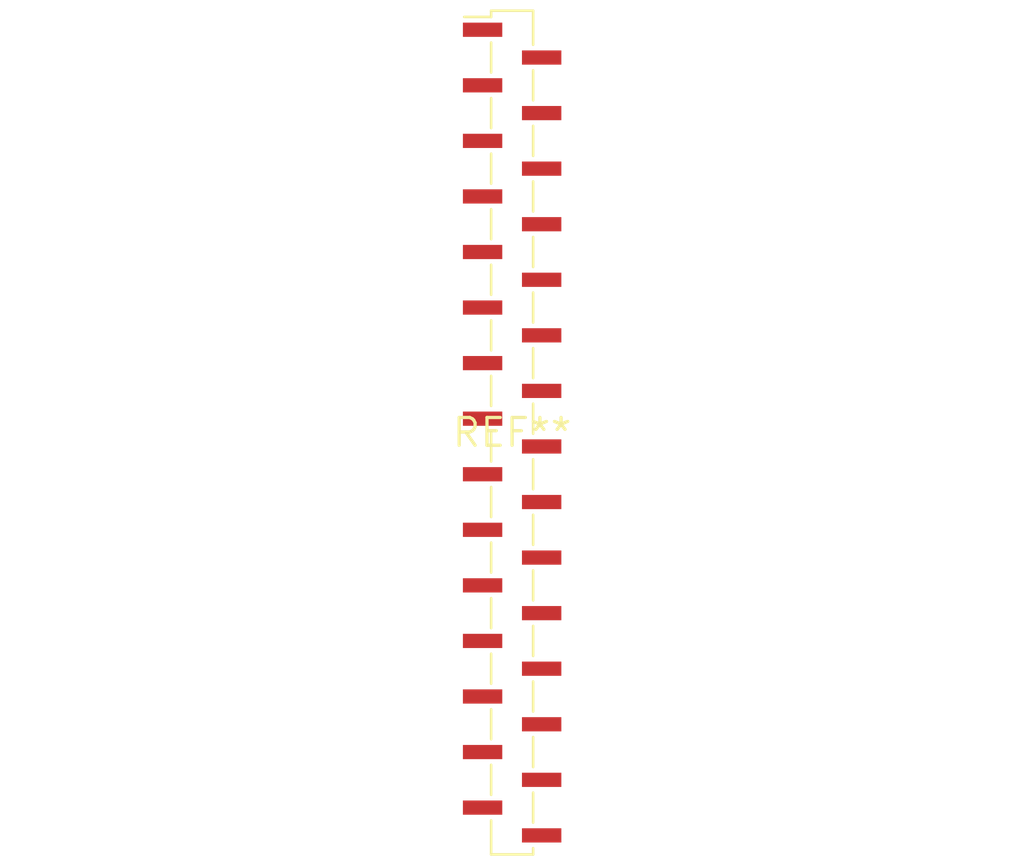
<source format=kicad_pcb>
(kicad_pcb (version 20240108) (generator pcbnew)
  (layers (0 "F.Cu" signal) (31 "B.Cu" signal) (34 "B.Paste" user) (35 "F.Paste" user) (36 "B.SilkS" user "B.Silkscreen") (37 "F.SilkS" user "F.Silkscreen") (38 "B.Mask" user) (39 "F.Mask" user) (44 "Edge.Cuts" user))
  (net 0 "")
  (footprint "PinSocket_1x30_P1.27mm_Vertical_SMD_Pin1Left" (layer "F.Cu") (at 0 0)
    (property "Reference" "REF**")
    (property "Value" "PinSocket_1x30_P1.27mm_Vertical_SMD_Pin1Left")
    (fp_line (start -2.19 -19) (end -0.96 -19) (layer "F.SilkS") (stroke (width 0.12)))
    (fp_line (start -0.96 -19.285) (end -0.96 -19) (layer "F.SilkS") (stroke (width 0.12)))
    (fp_line (start -0.96 -19.285) (end 0.96 -19.285) (layer "F.SilkS") (stroke (width 0.12)))
    (fp_line (start -0.96 -17.83) (end -0.96 -16.46) (layer "F.SilkS") (stroke (width 0.12)))
    (fp_line (start -0.96 -15.29) (end -0.96 -13.92) (layer "F.SilkS") (stroke (width 0.12)))
    (fp_line (start -0.96 -12.75) (end -0.96 -11.38) (layer "F.SilkS") (stroke (width 0.12)))
    (fp_line (start -0.96 -10.21) (end -0.96 -8.84) (layer "F.SilkS") (stroke (width 0.12)))
    (fp_line (start -0.96 -7.67) (end -0.96 -6.3) (layer "F.SilkS") (stroke (width 0.12)))
    (fp_line (start -0.96 -5.13) (end -0.96 -3.76) (layer "F.SilkS") (stroke (width 0.12)))
    (fp_line (start -0.96 -2.59) (end -0.96 -1.22) (layer "F.SilkS") (stroke (width 0.12)))
    (fp_line (start -0.96 -0.05) (end -0.96 1.32) (layer "F.SilkS") (stroke (width 0.12)))
    (fp_line (start -0.96 2.49) (end -0.96 3.86) (layer "F.SilkS") (stroke (width 0.12)))
    (fp_line (start -0.96 5.03) (end -0.96 6.4) (layer "F.SilkS") (stroke (width 0.12)))
    (fp_line (start -0.96 7.57) (end -0.96 8.94) (layer "F.SilkS") (stroke (width 0.12)))
    (fp_line (start -0.96 10.11) (end -0.96 11.48) (layer "F.SilkS") (stroke (width 0.12)))
    (fp_line (start -0.96 12.65) (end -0.96 14.02) (layer "F.SilkS") (stroke (width 0.12)))
    (fp_line (start -0.96 15.19) (end -0.96 16.56) (layer "F.SilkS") (stroke (width 0.12)))
    (fp_line (start -0.96 17.73) (end -0.96 19.285) (layer "F.SilkS") (stroke (width 0.12)))
    (fp_line (start -0.96 19.285) (end 0.96 19.285) (layer "F.SilkS") (stroke (width 0.12)))
    (fp_line (start 0.96 -19.285) (end 0.96 -17.73) (layer "F.SilkS") (stroke (width 0.12)))
    (fp_line (start 0.96 -16.56) (end 0.96 -15.19) (layer "F.SilkS") (stroke (width 0.12)))
    (fp_line (start 0.96 -14.02) (end 0.96 -12.65) (layer "F.SilkS") (stroke (width 0.12)))
    (fp_line (start 0.96 -11.48) (end 0.96 -10.11) (layer "F.SilkS") (stroke (width 0.12)))
    (fp_line (start 0.96 -8.94) (end 0.96 -7.57) (layer "F.SilkS") (stroke (width 0.12)))
    (fp_line (start 0.96 -6.4) (end 0.96 -5.03) (layer "F.SilkS") (stroke (width 0.12)))
    (fp_line (start 0.96 -3.86) (end 0.96 -2.49) (layer "F.SilkS") (stroke (width 0.12)))
    (fp_line (start 0.96 -1.32) (end 0.96 0.05) (layer "F.SilkS") (stroke (width 0.12)))
    (fp_line (start 0.96 1.22) (end 0.96 2.59) (layer "F.SilkS") (stroke (width 0.12)))
    (fp_line (start 0.96 3.76) (end 0.96 5.13) (layer "F.SilkS") (stroke (width 0.12)))
    (fp_line (start 0.96 6.3) (end 0.96 7.67) (layer "F.SilkS") (stroke (width 0.12)))
    (fp_line (start 0.96 8.84) (end 0.96 10.21) (layer "F.SilkS") (stroke (width 0.12)))
    (fp_line (start 0.96 11.38) (end 0.96 12.75) (layer "F.SilkS") (stroke (width 0.12)))
    (fp_line (start 0.96 13.92) (end 0.96 15.29) (layer "F.SilkS") (stroke (width 0.12)))
    (fp_line (start 0.96 16.46) (end 0.96 17.83) (layer "F.SilkS") (stroke (width 0.12)))
    (fp_line (start 0.96 19) (end 0.96 19.285) (layer "F.SilkS") (stroke (width 0.12)))
    (pad "1" smd rect (at -1.35 -18.415) (size 1.8 0.65) (layers "F.Cu" "F.Paste" "F.Mask"))
    (pad "2" smd rect (at 1.35 -17.145) (size 1.8 0.65) (layers "F.Cu" "F.Paste" "F.Mask"))
    (pad "3" smd rect (at -1.35 -15.875) (size 1.8 0.65) (layers "F.Cu" "F.Paste" "F.Mask"))
    (pad "4" smd rect (at 1.35 -14.605) (size 1.8 0.65) (layers "F.Cu" "F.Paste" "F.Mask"))
    (pad "5" smd rect (at -1.35 -13.335) (size 1.8 0.65) (layers "F.Cu" "F.Paste" "F.Mask"))
    (pad "6" smd rect (at 1.35 -12.065) (size 1.8 0.65) (layers "F.Cu" "F.Paste" "F.Mask"))
    (pad "7" smd rect (at -1.35 -10.795) (size 1.8 0.65) (layers "F.Cu" "F.Paste" "F.Mask"))
    (pad "8" smd rect (at 1.35 -9.525) (size 1.8 0.65) (layers "F.Cu" "F.Paste" "F.Mask"))
    (pad "9" smd rect (at -1.35 -8.255) (size 1.8 0.65) (layers "F.Cu" "F.Paste" "F.Mask"))
    (pad "10" smd rect (at 1.35 -6.985) (size 1.8 0.65) (layers "F.Cu" "F.Paste" "F.Mask"))
    (pad "11" smd rect (at -1.35 -5.715) (size 1.8 0.65) (layers "F.Cu" "F.Paste" "F.Mask"))
    (pad "12" smd rect (at 1.35 -4.445) (size 1.8 0.65) (layers "F.Cu" "F.Paste" "F.Mask"))
    (pad "13" smd rect (at -1.35 -3.175) (size 1.8 0.65) (layers "F.Cu" "F.Paste" "F.Mask"))
    (pad "14" smd rect (at 1.35 -1.905) (size 1.8 0.65) (layers "F.Cu" "F.Paste" "F.Mask"))
    (pad "15" smd rect (at -1.35 -0.635) (size 1.8 0.65) (layers "F.Cu" "F.Paste" "F.Mask"))
    (pad "16" smd rect (at 1.35 0.635) (size 1.8 0.65) (layers "F.Cu" "F.Paste" "F.Mask"))
    (pad "17" smd rect (at -1.35 1.905) (size 1.8 0.65) (layers "F.Cu" "F.Paste" "F.Mask"))
    (pad "18" smd rect (at 1.35 3.175) (size 1.8 0.65) (layers "F.Cu" "F.Paste" "F.Mask"))
    (pad "19" smd rect (at -1.35 4.445) (size 1.8 0.65) (layers "F.Cu" "F.Paste" "F.Mask"))
    (pad "20" smd rect (at 1.35 5.715) (size 1.8 0.65) (layers "F.Cu" "F.Paste" "F.Mask"))
    (pad "21" smd rect (at -1.35 6.985) (size 1.8 0.65) (layers "F.Cu" "F.Paste" "F.Mask"))
    (pad "22" smd rect (at 1.35 8.255) (size 1.8 0.65) (layers "F.Cu" "F.Paste" "F.Mask"))
    (pad "23" smd rect (at -1.35 9.525) (size 1.8 0.65) (layers "F.Cu" "F.Paste" "F.Mask"))
    (pad "24" smd rect (at 1.35 10.795) (size 1.8 0.65) (layers "F.Cu" "F.Paste" "F.Mask"))
    (pad "25" smd rect (at -1.35 12.065) (size 1.8 0.65) (layers "F.Cu" "F.Paste" "F.Mask"))
    (pad "26" smd rect (at 1.35 13.335) (size 1.8 0.65) (layers "F.Cu" "F.Paste" "F.Mask"))
    (pad "27" smd rect (at -1.35 14.605) (size 1.8 0.65) (layers "F.Cu" "F.Paste" "F.Mask"))
    (pad "28" smd rect (at 1.35 15.875) (size 1.8 0.65) (layers "F.Cu" "F.Paste" "F.Mask"))
    (pad "29" smd rect (at -1.35 17.145) (size 1.8 0.65) (layers "F.Cu" "F.Paste" "F.Mask"))
    (pad "30" smd rect (at 1.35 18.415) (size 1.8 0.65) (layers "F.Cu" "F.Paste" "F.Mask"))
  )
)
</source>
